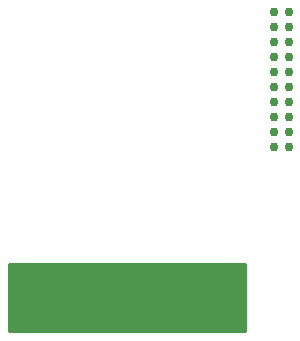
<source format=gbr>
G04 #@! TF.FileFunction,Soldermask,Top*
%FSLAX46Y46*%
G04 Gerber Fmt 4.6, Leading zero omitted, Abs format (unit mm)*
G04 Created by KiCad (PCBNEW 4.0.3+e1-6302~38~ubuntu14.04.1-stable) date Mon Dec 12 17:42:13 2016*
%MOMM*%
%LPD*%
G01*
G04 APERTURE LIST*
%ADD10C,0.100000*%
%ADD11R,0.650240X3.599180*%
%ADD12R,0.650240X4.599940*%
%ADD13O,0.650240X0.650240*%
%ADD14C,0.750000*%
%ADD15C,0.254000*%
G04 APERTURE END LIST*
D10*
D11*
X159499600Y-99499620D03*
D12*
X158498840Y-100000000D03*
X157500620Y-100000000D03*
X156499860Y-100000000D03*
X155499100Y-100000000D03*
X154500880Y-100000000D03*
X153500120Y-100000000D03*
X152499360Y-100000000D03*
X151501140Y-100000000D03*
X150500380Y-100000000D03*
X149499620Y-100000000D03*
X144500900Y-100000000D03*
X143500140Y-100000000D03*
X142499380Y-100000000D03*
X141501160Y-100000000D03*
X140500400Y-100000000D03*
X146499880Y-100000000D03*
X145499120Y-100000000D03*
D13*
X156499860Y-102301240D03*
X155499100Y-102301240D03*
X154500880Y-102301240D03*
X153500120Y-102301240D03*
X152499360Y-102301240D03*
X151501140Y-102301240D03*
X150500380Y-102301240D03*
X144500900Y-102301240D03*
X143500140Y-102301240D03*
X157500620Y-102301240D03*
X145499120Y-102301240D03*
X142499380Y-102301240D03*
X149499620Y-102301240D03*
X146499880Y-102301240D03*
X141501160Y-102301240D03*
X140500400Y-102301240D03*
X158498840Y-102301240D03*
D14*
X163685000Y-76285000D03*
X162415000Y-76285000D03*
X163685000Y-87715000D03*
X163685000Y-77555000D03*
X162415000Y-77555000D03*
X163685000Y-78825000D03*
X162415000Y-78825000D03*
X163685000Y-80095000D03*
X162415000Y-80095000D03*
X163685000Y-81365000D03*
X162415000Y-81365000D03*
X163685000Y-82635000D03*
X162415000Y-82635000D03*
X163685000Y-83905000D03*
X162415000Y-83905000D03*
X163685000Y-85175000D03*
X162415000Y-85175000D03*
X163685000Y-86445000D03*
X162415000Y-86445000D03*
X162415000Y-87715000D03*
D15*
G36*
X160023000Y-103298000D02*
X139977000Y-103298000D01*
X139977000Y-97602000D01*
X160023000Y-97602000D01*
X160023000Y-103298000D01*
X160023000Y-103298000D01*
G37*
X160023000Y-103298000D02*
X139977000Y-103298000D01*
X139977000Y-97602000D01*
X160023000Y-97602000D01*
X160023000Y-103298000D01*
M02*

</source>
